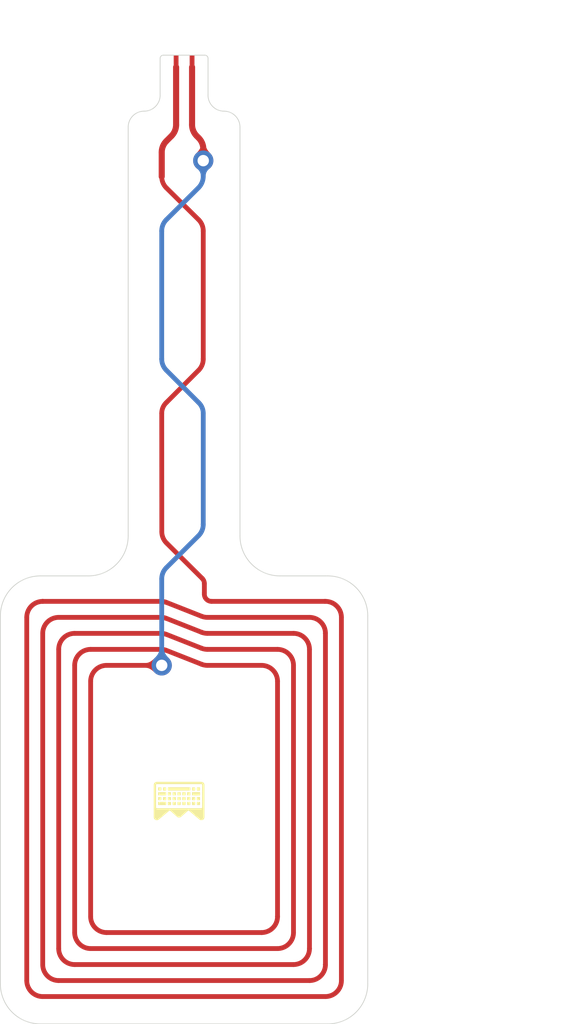
<source format=kicad_pcb>
(kicad_pcb (version 20241229) (generator "pcbnew") (generator_version "9.0")
  (layers (0 "F.Cu" signal) (2 "B.Cu" signal) (13 "F.Paste" user) (15 "B.Paste" user) (5 "F.SilkS" user "F.Silkscreen") (7 "B.SilkS" user "B.Silkscreen") (1 "F.Mask" user) (3 "B.Mask" user) (25 "Edge.Cuts" user))
  (net 0 "")
  (net 1 "/ANT")
  (footprint "RoyalBlue54L-NFC-Antenna_Connector_FPC:0.5mm-2p" (layer "F.Cu") (at 151.44971 66.560695)
    (property "Reference" "J1" (hide yes))
    (property "Value" "Conn_01x02")
    (fp_line (start -1.5 0.2) (end -1.5 2.5) (stroke (width 0.05)) (layer "Edge.Cuts"))
    (fp_line (start -1.3 0) (end 1.3 0) (stroke (width 0.05)) (layer "Edge.Cuts"))
    (fp_line (start 1.5 0.2) (end 1.5 2.5) (stroke (width 0.05)) (layer "Edge.Cuts"))
    (fp_arc (start -1.5 0.2) (mid -1.441421 0.058579) (end -1.3 0) (stroke (width 0.05)) (layer "Edge.Cuts"))
    (fp_arc (start 1.3 0) (mid 1.441421 0.058579) (end 1.5 0.2) (stroke (width 0.05)) (layer "Edge.Cuts"))
    (pad "1" smd roundrect (at -0.5 0.75) (size 0.3 1.5) (layers "F.Cu" "F.Mask" "F.Paste") (roundrect_rratio 0.15) (net 1 "/ANT"))
    (pad "2" smd roundrect (at 0.5 0.75) (size 0.3 1.5) (layers "F.Cu" "F.Mask" "F.Paste") (roundrect_rratio 0.15) (net 1 "/ANT"))
  )
  (footprint "LordsBoards-Symbol:LordsBoardsLogo_Small_Silk" (layer "F.Cu") (at 152.725 114.38 180)
    (property "Reference" "REF**" (hide yes))
    (property "Value" "LordsBoardsLogo_Small_Silk" (hide yes))
  )
  (gr_poly (pts (xy 152.8049 72.154615) (xy 152.80785 72.206125) (xy 152.81668 72.258285) (xy 152.83141 72.311095) (xy 152.85203 72.364565) (xy 152.87854 72.418685) (xy 152.91095 72.473455) (xy 152.94924 72.528875) (xy 152.99343 72.584955) (xy 153.0435 72.641695) (xy 153.09947 72.699075) (xy 152.21047 72.699355) (xy 152.26642 72.641925) (xy 152.36065 72.529035) (xy 152.39892 72.473585) (xy 152.43132 72.418795) (xy 152.45782 72.364655) (xy 152.47843 72.311185) (xy 152.49315 72.258365) (xy 152.50198 72.206205) (xy 152.50493 72.154715)) (fill yes) (layer "F.Cu") (net 1))
  (gr_poly (pts (xy 149.0517 104.550015) (xy 149.10321 104.547075) (xy 149.15537 104.538235) (xy 149.20818 104.523505) (xy 149.26165 104.502885) (xy 149.31577 104.476375) (xy 149.37054 104.443975) (xy 149.42597 104.405675) (xy 149.48204 104.361495) (xy 149.53878 104.311415) (xy 149.59616 104.255445) (xy 149.59644 105.144445) (xy 149.53901 105.088495) (xy 149.42613 104.994275) (xy 149.37067 104.955995) (xy 149.31588 104.923605) (xy 149.26174 104.897105) (xy 149.20827 104.876495) (xy 149.15545 104.861765) (xy 149.10329 104.852935) (xy 149.0518 104.849995)) (fill yes) (layer "F.Cu") (net 1))
  (gr_poly (pts (xy 150.20007 103.701845) (xy 150.20301 103.753335) (xy 150.21184 103.805495) (xy 150.22657 103.858305) (xy 150.24718 103.911785) (xy 150.27368 103.965925) (xy 150.30606 104.020725) (xy 150.34434 104.076185) (xy 150.3885 104.132305) (xy 150.43855 104.189085) (xy 150.4945 104.246535) (xy 149.6055 104.246115) (xy 149.66147 104.188745) (xy 149.75574 104.075945) (xy 149.79404 104.020525) (xy 149.82644 103.965765) (xy 149.85296 103.911645) (xy 149.87358 103.858185) (xy 149.88831 103.805375) (xy 149.89715 103.753205) (xy 149.9001 103.701695)) (fill yes) (layer "B.Cu") (net 1))
  (gr_poly (pts (xy 152.50004 74.121455) (xy 152.49765 74.066145) (xy 152.49047 74.012735) (xy 152.4785 73.961245) (xy 152.46174 73.911665) (xy 152.4402 73.863985) (xy 152.41386 73.818215) (xy 152.38274 73.774365) (xy 152.34684 73.732415) (xy 152.30615 73.692375) (xy 152.26066 73.654245) (xy 153.03943 73.654355) (xy 152.99394 73.692465) (xy 152.95324 73.732495) (xy 152.91732 73.774425) (xy 152.8862 73.818275) (xy 152.85987 73.864025) (xy 152.83832 73.911695) (xy 152.82156 73.961265) (xy 152.80959 74.012755) (xy 152.80241 74.066145) (xy 152.80001 74.121455)) (fill yes) (layer "B.Cu") (net 1))
  (gr_arc (start 157.44971 99.108195) (mid 155.681943 98.375962) (end 154.94971 96.608195) (stroke (width 0.05)) (layer "Edge.Cuts"))
  (gr_arc (start 162.94971 124.608195) (mid 162.217477 126.375962) (end 160.44971 127.108195) (stroke (width 0.05)) (layer "Edge.Cuts"))
  (gr_line (start 162.94971 101.608195) (end 162.94971 124.608195) (stroke (width 0.05)) (layer "Edge.Cuts"))
  (gr_arc (start 139.94971 101.608195) (mid 140.681943 99.840428) (end 142.44971 99.108195) (stroke (width 0.05)) (layer "Edge.Cuts"))
  (gr_line (start 157.44971 99.108195) (end 160.44971 99.108195) (stroke (width 0.05)) (layer "Edge.Cuts"))
  (gr_arc (start 147.94971 71.060695) (mid 148.242603 70.353588) (end 148.94971 70.060695) (stroke (width 0.05)) (layer "Edge.Cuts"))
  (gr_arc (start 142.44971 127.108195) (mid 140.681943 126.375962) (end 139.94971 124.608195) (stroke (width 0.05)) (layer "Edge.Cuts"))
  (gr_arc (start 149.95221 69.058195) (mid 149.658585 69.76707) (end 148.94971 70.060695) (stroke (width 0.05)) (layer "Edge.Cuts"))
  (gr_line (start 142.44971 127.108195) (end 160.44971 127.108195) (stroke (width 0.05)) (layer "Edge.Cuts"))
  (gr_line (start 142.44971 99.108195) (end 145.44971 99.108195) (stroke (width 0.05)) (layer "Edge.Cuts"))
  (gr_line (start 154.94971 71.060695) (end 154.94971 96.608195) (stroke (width 0.05)) (layer "Edge.Cuts"))
  (gr_arc (start 160.44971 99.108195) (mid 162.217477 99.840428) (end 162.94971 101.608195) (stroke (width 0.05)) (layer "Edge.Cuts"))
  (gr_arc (start 153.94971 70.060695) (mid 154.656817 70.353588) (end 154.94971 71.060695) (stroke (width 0.05)) (layer "Edge.Cuts"))
  (gr_line (start 147.94971 71.060695) (end 147.94971 96.608195) (stroke (width 0.05)) (layer "Edge.Cuts"))
  (gr_arc (start 147.94971 96.608195) (mid 147.217477 98.375962) (end 145.44971 99.108195) (stroke (width 0.05)) (layer "Edge.Cuts"))
  (gr_line (start 139.94971 101.608195) (end 139.94971 124.608195) (stroke (width 0.05)) (layer "Edge.Cuts"))
  (gr_arc (start 153.94971 70.060695) (mid 153.240835 69.76707) (end 152.94721 69.058195) (stroke (width 0.05)) (layer "Edge.Cuts"))
  (segment (start 152.65003 77.549945) (end 152.65003 85.549925) (width 0.29997) (layer "F.Cu") (net 1))
  (segment (start 150.95051 67.310695) (end 150.95051 70.905695) (width 0.381) (layer "F.Cu") (net 1))
  (segment (start 150.22368 101.727425) (end 150.15532 101.713525) (width 0.29997) (layer "F.Cu") (net 1))
  (segment (start 152.71988 100.154165) (end 152.71988 100.249925) (width 0.3) (layer "F.Cu") (net 1))
  (segment (start 150.15532 101.713525) (end 150.08616 101.704415) (width 0.29997) (layer "F.Cu") (net 1))
  (segment (start 150.01653 102.700165) (end 149.99014 102.700005) (width 0.29997) (layer "F.Cu") (net 1))
  (segment (start 160.3 123.399735) (end 160.3 123.399995) (width 0.3) (layer "F.Cu") (net 1))
  (segment (start 141.60001 101.699755) (end 141.60001 124.399985) (width 0.29997) (layer "F.Cu") (net 1))
  (segment (start 152.58399 99.265415) (end 150.40009 97.099815) (width 0.29997) (layer "F.Cu") (net 1))
  (segment (start 152.74393 72.777595) (end 152.74393 73.152695) (width 0.381) (layer "F.Cu") (net 1))
  (segment (start 142.60001 100.700015) (end 142.59975 100.700015) (width 0.29997) (layer "F.Cu") (net 1))
  (segment (start 152.54052 103.629295) (end 150.35666 102.769345) (width 0.29997) (layer "F.Cu") (net 1))
  (segment (start 157.3 122.399995) (end 145.6 122.399995) (width 0.29997) (layer "F.Cu") (net 1))
  (segment (start 156.30001 104.700005) (end 152.90987 104.700005) (width 0.29997) (layer "F.Cu") (net 1))
  (segment (start 160.3 102.699755) (end 160.3 102.700005) (width 0.29997) (layer "F.Cu") (net 1))
  (segment (start 159.3 101.699755) (end 152.90988 101.699755) (width 0.29997) (layer "F.Cu") (net 1))
  (segment (start 152.54335 101.630415) (end 150.35666 100.769355) (width 0.29997) (layer "F.Cu") (net 1))
  (segment (start 160.3 123.399735) (end 160.3 123.399995) (width 0.29997) (layer "F.Cu") (net 1))
  (segment (start 149.99014 102.700005) (end 144.6 102.700005) (width 0.29997) (layer "F.Cu") (net 1))
  (segment (start 152.54335 103.630405) (end 152.54052 103.629295) (width 0.29997) (layer "F.Cu") (net 1))
  (segment (start 159.3 103.700005) (end 159.3 122.399735) (width 0.29997) (layer "F.Cu") (net 1))
  (segment (start 158.3 102.700005) (end 152.90987 102.700005) (width 0.29997) (layer "F.Cu") (net 1))
  (segment (start 150.2909 102.746065) (end 150.22368 102.727425) (width 0.29997) (layer "F.Cu") (net 1))
  (segment (start 152.65003 85.549925) (end 152.65003 85.550035) (width 0.29997) (layer "F.Cu") (net 1))
  (segment (start 159.3 122.399735) (end 159.3 122.399995) (width 0.29997) (layer "F.Cu") (net 1))
  (segment (start 150.05008 104.700005) (end 146.6 104.700005) (width 0.29997) (layer "F.Cu") (net 1))
  (segment (start 142.60001 100.700015) (end 142.59975 100.700015) (width 0.29997) (layer "F.Cu") (net 1))
  (segment (start 152.65512 72.440195) (end 152.65512 73.152695) (width 0.381) (layer "F.Cu") (net 1))
  (segment (start 152.65003 85.549925) (end 152.65003 85.550035) (width 0.29997) (layer "F.Cu") (net 1))
  (segment (start 152.58406 99.265495) (end 152.58399 99.265415) (width 0.29997) (layer "F.Cu") (net 1))
  (segment (start 150.35666 100.769355) (end 150.2909 100.746065) (width 0.29997) (layer "F.Cu") (net 1))
  (segment (start 160.3 102.699755) (end 160.3 102.700005) (width 0.29997) (layer "F.Cu") (net 1))
  (segment (start 152.54071 104.629375) (end 152.54052 104.629295) (width 0.29997) (layer "F.Cu") (net 1))
  (segment (start 152.71988 99.608315) (end 152.71988 100.154165) (width 0.29997) (layer "F.Cu") (net 1))
  (segment (start 160.3 125.399985) (end 142.60001 125.399985) (width 0.29997) (layer "F.Cu") (net 1))
  (segment (start 159.3 124.399985) (end 143.60001 124.399985) (width 0.29997) (layer "F.Cu") (net 1))
  (segment (start 160.3 102.700005) (end 160.3 123.399735) (width 0.29997) (layer "F.Cu") (net 1))
  (segment (start 158.3 123.399995) (end 144.6 123.399995) (width 0.29997) (layer "F.Cu") (net 1))
  (segment (start 156.30001 121.399995) (end 146.6 121.399995) (width 0.29997) (layer "F.Cu") (net 1))
  (segment (start 150.05011 72.635195) (end 150.05011 74.150005) (width 0.381) (layer "F.Cu") (net 1))
  (segment (start 142.60001 102.700005) (end 142.60001 123.399995) (width 0.29997) (layer "F.Cu") (net 1))
  (segment (start 150.65801 71.613085) (end 150.343 71.928085) (width 0.381) (layer "F.Cu") (net 1))
  (segment (start 150.35666 103.769345) (end 150.2909 103.746065) (width 0.29997) (layer "F.Cu") (net 1))
  (segment (start 157.3 105.700005) (end 157.3 120.399745) (width 0.29997) (layer "F.Cu") (net 1))
  (segment (start 160.3 123.399735) (end 160.3 123.399995) (width 0.29997) (layer "F.Cu") (net 1))
  (segment (start 150.15532 103.713515) (end 150.08616 103.704415) (width 0.29997) (layer "F.Cu") (net 1))
  (segment (start 150.2909 101.746065) (end 150.22368 101.727425) (width 0.29997) (layer "F.Cu") (net 1))
  (segment (start 143.60001 103.700005) (end 143.60001 122.399995) (width 0.29997) (layer "F.Cu") (net 1))
  (segment (start 152.54335 104.630405) (end 152.54052 104.629295) (width 0.29997) (layer "F.Cu") (net 1))
  (segment (start 158.3 121.399745) (end 158.3 121.399995) (width 0.29997) (layer "F.Cu") (net 1))
  (segment (start 157.3 120.399745) (end 157.3 120.399995) (width 0.29997) (layer "F.Cu") (net 1))
  (segment (start 152.54071 102.629375) (end 152.54052 102.629295) (width 0.29997) (layer "F.Cu") (net 1))
  (segment (start 152.65003 85.549925) (end 152.65003 85.550035) (width 0.3) (layer "F.Cu") (net 1))
  (segment (start 150.37139 88.242835) (end 150.3229 88.291325) (width 0.3) (layer "F.Cu") (net 1))
  (segment (start 150.40009 97.099815) (end 150.34515 97.044875) (width 0.3) (layer "F.Cu") (net 1))
  (segment (start 150.05491 96.344165) (end 150.05008 88.949975) (width 0.29997) (layer "F.Cu") (net 1))
  (segment (start 158.3 104.700005) (end 158.3 121.399745) (width 0.29997) (layer "F.Cu") (net 1))
  (segment (start 150.08616 100.704425) (end 150.01653 100.700165) (width 0.29997) (layer "F.Cu") (net 1))
  (segment (start 150.08616 103.704415) (end 150.01653 103.700155) (width 0.29997) (layer "F.Cu") (net 1))
  (segment (start 157.3 103.700005) (end 152.90987 103.700005) (width 0.29997) (layer "F.Cu") (net 1))
  (segment (start 150.2909 100.746065) (end 150.22368 100.727435) (width 0.29997) (layer "F.Cu") (net 1))
  (segment (start 150.01653 101.700165) (end 149.99014 101.699755) (width 0.29997) (layer "F.Cu") (net 1))
  (segment (start 144.6 104.700005) (end 144.6 121.399995) (width 0.29997) (layer "F.Cu") (net 1))
  (segment (start 149.99014 101.699755) (end 143.60001 101.699755) (width 0.29997) (layer "F.Cu") (net 1))
  (segment (start 152.71988 99.593485) (end 152.71988 99.608315) (width 0.3) (layer "F.Cu") (net 1))
  (segment (start 152.65003 77.549835) (end 152.65003 77.549945) (width 0.29997) (layer "F.Cu") (net 1))
  (segment (start 160.24996 100.700015) (end 153.16996 100.700015) (width 0.29997) (layer "F.Cu") (net 1))
  (segment (start 150.15532 100.713525) (end 150.08616 100.704425) (width 0.29997) (layer "F.Cu") (net 1))
  (segment (start 150.22368 102.727425) (end 150.15532 102.713525) (width 0.29997) (layer "F.Cu") (net 1))
  (segment (start 152.54335 102.630415) (end 152.54052 102.629295) (width 0.29997) (layer "F.Cu") (net 1))
  (segment (start 152.54052 102.629295) (end 150.35666 101.769355) (width 0.29997) (layer "F.Cu") (net 1))
  (segment (start 150.08616 102.704415) (end 150.01653 102.700165) (width 0.29997) (layer "F.Cu") (net 1))
  (segment (start 152.54052 104.629295) (end 150.35666 103.769345) (width 0.29997) (layer "F.Cu") (net 1))
  (segment (start 150.01653 100.700165) (end 149.99014 100.700015) (width 0.29997) (layer "F.Cu") (net 1))
  (segment (start 152.35716 76.842805) (end 150.34294 74.857035) (width 0.29997) (layer "F.Cu") (net 1))
  (segment (start 152.35716 86.257065) (end 150.37139 88.242835) (width 0.29997) (layer "F.Cu") (net 1))
  (segment (start 151.94971 67.310695) (end 151.94971 70.905695) (width 0.381) (layer "F.Cu") (net 1))
  (segment (start 145.6 105.700005) (end 145.6 120.399995) (width 0.29997) (layer "F.Cu") (net 1))
  (segment (start 152.65003 77.549835) (end 152.65003 77.549945) (width 0.29997) (layer "F.Cu") (net 1))
  (segment (start 152.58406 99.265495) (end 152.58399 99.265415) (width 0.29997) (layer "F.Cu") (net 1))
  (segment (start 150.08616 101.704415) (end 150.01653 101.700165) (width 0.29997) (layer "F.Cu") (net 1))
  (segment (start 150.22368 100.727435) (end 150.15532 100.713525) (width 0.29997) (layer "F.Cu") (net 1))
  (segment (start 149.99014 100.700015) (end 142.60001 100.700015) (width 0.29997) (layer "F.Cu") (net 1))
  (segment (start 160.30025 100.700015) (end 160.24996 100.700015) (width 0.3) (layer "F.Cu") (net 1))
  (segment (start 152.36222 71.733085) (end 152.24222 71.613085) (width 0.381) (layer "F.Cu") (net 1))
  (segment (start 142.60001 102.699755) (end 142.60001 102.700005) (width 0.3) (layer "F.Cu") (net 1))
  (segment (start 150.15532 102.713525) (end 150.08616 102.704415) (width 0.29997) (layer "F.Cu") (net 1))
  (segment (start 150.01653 103.700155) (end 149.99014 103.700005) (width 0.29997) (layer "F.Cu") (net 1))
  (segment (start 150.2909 103.746065) (end 150.22368 103.727425) (width 0.29997) (layer "F.Cu") (net 1))
  (segment (start 149.99014 103.700005) (end 145.6 103.700005) (width 0.29997) (layer "F.Cu") (net 1))
  (segment (start 150.35666 102.769345) (end 150.2909 102.746065) (width 0.29997) (layer "F.Cu") (net 1))
  (segment (start 152.54071 103.629375) (end 152.54052 103.629295) (width 0.29997) (layer "F.Cu") (net 1))
  (segment (start 150.35666 101.769355) (end 150.2909 101.746065) (width 0.29997) (layer "F.Cu") (net 1))
  (segment (start 161.3 101.699755) (end 161.3 124.399985) (width 0.29997) (layer "F.Cu") (net 1))
  (segment (start 150.22368 103.727425) (end 150.15532 103.713515) (width 0.29997) (layer "F.Cu") (net 1))
  (via (at 152.65011 73.152695) (size 1.27) (drill 0.7112) (layers "F.Cu" "B.Cu") (net 1))
  (via (at 150.04978 104.699805) (size 1.27) (drill 0.7112) (layers "F.Cu" "B.Cu") (net 1))
  (arc (start 141.60001 101.699755) (mid 141.892827 100.992832) (end 142.59975 100.700015) (width 0.3) (layer "F.Cu") (net 1))
  (arc (start 152.90988 101.699755) (mid 152.723384 101.682211) (end 152.543432 101.630194) (width 0.3) (layer "F.Cu") (net 1))
  (arc (start 152.543432 101.630194) (mid 152.539349 101.628576) (end 152.535273 101.626939) (width 0.3) (layer "F.Cu") (net 1))
  (arc (start 150.345143 97.044872) (mid 150.130332 96.723385) (end 150.054901 96.344165) (width 0.3) (layer "F.Cu") (net 1))
  (arc (start 158.3 102.700005) (mid 159.007107 102.992898) (end 159.3 103.700005) (width 0.3) (layer "F.Cu") (net 1))
  (arc (start 152.540521 103.629296) (mid 152.537891 103.628246) (end 152.535263 103.627189) (width 0.3) (layer "F.Cu") (net 1))
  (arc (start 152.540521 102.629296) (mid 152.537891 102.628246) (end 152.535263 102.627189) (width 0.3) (layer "F.Cu") (net 1))
  (arc (start 142.60001 125.399985) (mid 141.892903 125.107092) (end 141.60001 124.399985) (width 0.3) (layer "F.Cu") (net 1))
  (arc (start 152.543346 104.630414) (mid 152.54203 104.629894) (end 152.540714 104.629373) (width 0.3) (layer "F.Cu") (net 1))
  (arc (start 145.6 105.700005) (mid 145.892893 104.992898) (end 146.6 104.700005) (width 0.3) (layer "F.Cu") (net 1))
  (arc (start 144.6 104.700005) (mid 144.892893 103.992898) (end 145.6 103.700005) (width 0.3) (layer "F.Cu") (net 1))
  (arc (start 143.60001 124.399995) (mid 142.892903 124.107102) (end 142.60001 123.399995) (width 0.3) (layer "F.Cu") (net 1))
  (arc (start 143.6 103.700005) (mid 143.892893 102.992898) (end 144.6 102.700005) (width 0.3) (layer "F.Cu") (net 1))
  (arc (start 152.584063 99.265489) (mid 152.684583 99.415983) (end 152.71988 99.593485) (width 0.3) (layer "F.Cu") (net 1))
  (arc (start 161.29999 124.399985) (mid 161.007173 125.106908) (end 160.30025 125.399725) (width 0.3) (layer "F.Cu") (net 1))
  (arc (start 146.6 121.399995) (mid 145.892893 121.107102) (end 145.6 120.399995) (width 0.3) (layer "F.Cu") (net 1))
  (arc (start 159.3 101.699755) (mid 160.007107 101.992648) (end 160.3 102.699755) (width 0.3) (layer "F.Cu") (net 1))
  (arc (start 152.357159 76.842806) (mid 152.573908 77.167194) (end 152.65002 77.549835) (width 0.3) (layer "F.Cu") (net 1))
  (arc (start 152.90987 104.700005) (mid 152.723334 104.682453) (end 152.543346 104.630414) (width 0.3) (layer "F.Cu") (net 1))
  (arc (start 157.30001 120.399999) (mid 157.007027 121.106942) (end 156.30001 121.399745) (width 0.3) (layer "F.Cu") (net 1))
  (arc (start 152.242223 71.613082) (mid 152.02545 71.288659) (end 151.94933 70.905975) (width 0.381) (layer "F.Cu") (net 1))
  (arc (start 145.6 122.399995) (mid 144.892893 122.107102) (end 144.6 121.399995) (width 0.3) (layer "F.Cu") (net 1))
  (arc (start 153.16996 100.700015) (mid 152.851698 100.568187) (end 152.71987 100.249925) (width 0.3) (layer "F.Cu") (net 1))
  (arc (start 160.30025 100.700015) (mid 161.007173 100.992832) (end 161.29999 101.699755) (width 0.3) (layer "F.Cu") (net 1))
  (arc (start 150.342951 74.857034) (mid 150.126202 74.532646) (end 150.05009 74.150005) (width 0.3) (layer "F.Cu") (net 1))
  (arc (start 152.362227 71.733088) (mid 152.579 72.057511) (end 152.65512 72.440195) (width 0.381) (layer "F.Cu") (net 1))
  (arc (start 158.3 121.399999) (mid 158.007017 122.106942) (end 157.3 122.399745) (width 0.3) (layer "F.Cu") (net 1))
  (arc (start 152.90987 103.700005) (mid 152.723334 103.682453) (end 152.543346 103.630414) (width 0.3) (layer "F.Cu") (net 1))
  (arc (start 152.543346 103.630414) (mid 152.54203 103.629894) (end 152.540714 103.629373) (width 0.3) (layer "F.Cu") (net 1))
  (arc (start 150.9509 70.905975) (mid 150.87478 71.288658) (end 150.658007 71.613082) (width 0.381) (layer "F.Cu") (net 1))
  (arc (start 150.05011 72.635195) (mid 150.12623 72.252512) (end 150.343003 71.928088) (width 0.381) (layer "F.Cu") (net 1))
  (arc (start 150.05008 88.949975) (mid 150.120984 88.593517) (end 150.322901 88.291326) (width 0.3) (layer "F.Cu") (net 1))
  (arc (start 152.65002 85.550035) (mid 152.573908 85.932676) (end 152.357159 86.257064) (width 0.3) (layer "F.Cu") (net 1))
  (arc (start 160.3 123.399995) (mid 160.007107 124.107102) (end 159.3 124.399995) (width 0.3) (layer "F.Cu") (net 1))
  (arc (start 152.90987 102.700005) (mid 152.723334 102.682453) (end 152.543346 102.630414) (width 0.3) (layer "F.Cu") (net 1))
  (arc (start 142.60001 102.699755) (mid 142.892903 101.992648) (end 143.60001 101.699755) (width 0.3) (layer "F.Cu") (net 1))
  (arc (start 152.543346 102.630414) (mid 152.54203 102.629894) (end 152.540714 102.629373) (width 0.3) (layer "F.Cu") (net 1))
  (arc (start 152.540521 104.629296) (mid 152.537891 104.628246) (end 152.535263 104.627189) (width 0.3) (layer "F.Cu") (net 1))
  (arc (start 159.3 122.399989) (mid 159.007017 123.106932) (end 158.3 123.399735) (width 0.3) (layer "F.Cu") (net 1))
  (arc (start 156.30001 104.700005) (mid 157.007117 104.992898) (end 157.30001 105.700005) (width 0.3) (layer "F.Cu") (net 1))
  (arc (start 157.3 103.700005) (mid 158.007107 103.992898) (end 158.3 104.700005) (width 0.3) (layer "F.Cu") (net 1))
  (arc (start 144.6 123.399995) (mid 143.892893 123.107102) (end 143.6 122.399995) (width 0.3) (layer "F.Cu") (net 1))
  (segment (start 152.35691 96.592835) (end 150.34294 98.592825) (width 0.29997) (layer "B.Cu") (net 1))
  (segment (start 150.05008 77.549835) (end 150.05008 77.549945) (width 0.3) (layer "B.Cu") (net 1))
  (segment (start 152.65003 73.149905) (end 152.65003 73.152695) (width 0.29997) (layer "B.Cu") (net 1))
  (segment (start 152.32872 88.242835) (end 150.34294 86.257065) (width 0.29997) (layer "B.Cu") (net 1))
  (segment (start 152.64977 95.885695) (end 152.64977 95.885805) (width 0.3) (layer "B.Cu") (net 1))
  (segment (start 152.35005 74.849925) (end 150.34294 76.842805) (width 0.29997) (layer "B.Cu") (net 1))
  (segment (start 152.65003 88.949975) (end 152.64977 95.885695) (width 0.29997) (layer "B.Cu") (net 1))
  (segment (start 150.05008 104.623805) (end 150.05008 104.700005) (width 0.29997) (layer "B.Cu") (net 1))
  (segment (start 152.64977 95.885695) (end 152.64977 95.885805) (width 0.29997) (layer "B.Cu") (net 1))
  (segment (start 152.64977 95.885805) (end 152.64977 95.885935) (width 0.29997) (layer "B.Cu") (net 1))
  (segment (start 152.64977 95.885695) (end 152.64977 95.885935) (width 0.29997) (layer "B.Cu") (net 1))
  (segment (start 150.05008 77.549945) (end 150.05008 85.549925) (width 0.29997) (layer "B.Cu") (net 1))
  (segment (start 150.05008 85.549925) (end 150.05008 85.550035) (width 0.29997) (layer "B.Cu") (net 1))
  (segment (start 150.05008 85.549925) (end 150.05008 85.550035) (width 0.29997) (layer "B.Cu") (net 1))
  (segment (start 150.05008 99.299965) (end 150.05008 104.623805) (width 0.29997) (layer "B.Cu") (net 1))
  (segment (start 152.65003 73.152695) (end 152.65003 74.121455) (width 0.29997) (layer "B.Cu") (net 1))
  (segment (start 152.3772 88.291325) (end 152.32872 88.242835) (width 0.3) (layer "B.Cu") (net 1))
  (arc (start 152.64977 95.885937) (mid 152.573633 96.268507) (end 152.356909 96.592834) (width 0.3) (layer "B.Cu") (net 1))
  (arc (start 150.05009 77.549835) (mid 150.126202 77.167194) (end 150.342951 76.842806) (width 0.3) (layer "B.Cu") (net 1))
  (arc (start 152.65003 74.125725) (mid 152.572069 74.517662) (end 152.350055 74.84993) (width 0.3) (layer "B.Cu") (net 1))
  (arc (start 150.05009 99.299855) (mid 150.126202 98.917214) (end 150.342951 98.592826) (width 0.3) (layer "B.Cu") (net 1))
  (arc (start 152.377209 88.291326) (mid 152.579126 88.593517) (end 152.65003 88.949975) (width 0.3) (layer "B.Cu") (net 1))
  (arc (start 150.342951 86.257064) (mid 150.126202 85.932676) (end 150.05009 85.550035) (width 0.3) (layer "B.Cu") (net 1))
)
</source>
